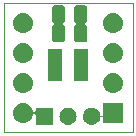
<source format=gbs>
G04 #@! TF.GenerationSoftware,KiCad,Pcbnew,5.1.2-f72e74a~84~ubuntu16.04.1*
G04 #@! TF.CreationDate,2019-06-06T19:13:55+02:00*
G04 #@! TF.ProjectId,rs232-rs485,72733233-322d-4727-9334-38352e6b6963,1.0*
G04 #@! TF.SameCoordinates,Original*
G04 #@! TF.FileFunction,Soldermask,Bot*
G04 #@! TF.FilePolarity,Negative*
%FSLAX46Y46*%
G04 Gerber Fmt 4.6, Leading zero omitted, Abs format (unit mm)*
G04 Created by KiCad (PCBNEW 5.1.2-f72e74a~84~ubuntu16.04.1) date 2019-06-06 19:13:55*
%MOMM*%
%LPD*%
G04 APERTURE LIST*
%ADD10C,0.050000*%
%ADD11C,0.100000*%
G04 APERTURE END LIST*
D10*
X125603000Y-108839000D02*
X125476000Y-108839000D01*
X125476000Y-108712000D02*
X125476000Y-108839000D01*
X125476000Y-97917000D02*
X125603000Y-97917000D01*
X136398000Y-97917000D02*
X136271000Y-97917000D01*
X136271000Y-108839000D02*
X136398000Y-108839000D01*
X136271000Y-108839000D02*
X125603000Y-108839000D01*
X136398000Y-97917000D02*
X136398000Y-108839000D01*
X125603000Y-97917000D02*
X136271000Y-97917000D01*
X125476000Y-108712000D02*
X125476000Y-97917000D01*
D11*
G36*
X135598000Y-108039000D02*
G01*
X133896000Y-108039000D01*
X133896000Y-107614772D01*
X133893598Y-107590386D01*
X133886485Y-107566937D01*
X133874934Y-107545326D01*
X133859389Y-107526384D01*
X133840447Y-107510839D01*
X133818836Y-107499288D01*
X133795387Y-107492175D01*
X133771001Y-107489773D01*
X133746615Y-107492175D01*
X133723166Y-107499288D01*
X133701555Y-107510839D01*
X133682613Y-107526384D01*
X133667068Y-107545326D01*
X133655517Y-107566937D01*
X133646604Y-107602519D01*
X133645895Y-107609721D01*
X133629709Y-107663078D01*
X133604380Y-107746575D01*
X133536968Y-107872694D01*
X133446243Y-107983243D01*
X133335694Y-108073968D01*
X133209575Y-108141380D01*
X133209572Y-108141381D01*
X133072721Y-108182895D01*
X133001613Y-108189898D01*
X132966060Y-108193400D01*
X132894740Y-108193400D01*
X132859187Y-108189898D01*
X132788079Y-108182895D01*
X132651228Y-108141381D01*
X132651225Y-108141380D01*
X132525106Y-108073968D01*
X132414557Y-107983243D01*
X132323832Y-107872694D01*
X132256420Y-107746575D01*
X132231091Y-107663078D01*
X132214905Y-107609721D01*
X132200888Y-107467400D01*
X132214905Y-107325079D01*
X132256419Y-107188228D01*
X132256420Y-107188225D01*
X132323832Y-107062106D01*
X132414557Y-106951557D01*
X132525106Y-106860832D01*
X132651225Y-106793420D01*
X132651228Y-106793419D01*
X132788079Y-106751905D01*
X132859187Y-106744902D01*
X132894740Y-106741400D01*
X132966060Y-106741400D01*
X133001613Y-106744902D01*
X133072721Y-106751905D01*
X133209572Y-106793419D01*
X133209575Y-106793420D01*
X133335694Y-106860832D01*
X133446243Y-106951557D01*
X133536968Y-107062106D01*
X133604380Y-107188225D01*
X133604381Y-107188228D01*
X133645895Y-107325079D01*
X133645895Y-107325081D01*
X133646604Y-107332280D01*
X133651385Y-107356314D01*
X133660762Y-107378952D01*
X133674376Y-107399327D01*
X133691703Y-107416654D01*
X133712077Y-107430267D01*
X133734716Y-107439645D01*
X133758749Y-107444425D01*
X133783253Y-107444425D01*
X133807287Y-107439644D01*
X133829925Y-107430267D01*
X133850300Y-107416653D01*
X133867627Y-107399326D01*
X133881240Y-107378952D01*
X133890618Y-107356313D01*
X133896000Y-107320028D01*
X133896000Y-106337000D01*
X135598000Y-106337000D01*
X135598000Y-108039000D01*
X135598000Y-108039000D01*
G37*
G36*
X127293823Y-106349313D02*
G01*
X127454242Y-106397976D01*
X127586906Y-106468886D01*
X127602078Y-106476996D01*
X127731659Y-106583341D01*
X127838004Y-106712922D01*
X127838005Y-106712924D01*
X127917024Y-106860758D01*
X127917025Y-106860761D01*
X127917047Y-106860833D01*
X127959784Y-107001718D01*
X127969162Y-107024357D01*
X127982776Y-107044732D01*
X128000103Y-107062059D01*
X128020477Y-107075672D01*
X128043116Y-107085050D01*
X128067149Y-107089830D01*
X128091653Y-107089830D01*
X128115686Y-107085050D01*
X128138325Y-107075672D01*
X128158700Y-107062058D01*
X128176027Y-107044731D01*
X128189640Y-107024357D01*
X128199018Y-107001718D01*
X128204400Y-106965433D01*
X128204400Y-106741400D01*
X129656400Y-106741400D01*
X129656400Y-108193400D01*
X128204400Y-108193400D01*
X128204400Y-107410567D01*
X128201998Y-107386181D01*
X128194885Y-107362732D01*
X128183334Y-107341121D01*
X128167789Y-107322179D01*
X128148847Y-107306634D01*
X128127236Y-107295083D01*
X128103787Y-107287970D01*
X128079401Y-107285568D01*
X128055015Y-107287970D01*
X128031566Y-107295083D01*
X128009955Y-107306634D01*
X127991013Y-107322179D01*
X127975468Y-107341121D01*
X127959784Y-107374282D01*
X127917024Y-107515242D01*
X127870373Y-107602520D01*
X127838004Y-107663078D01*
X127731659Y-107792659D01*
X127602078Y-107899004D01*
X127602076Y-107899005D01*
X127454242Y-107978024D01*
X127454239Y-107978025D01*
X127424380Y-107987083D01*
X127293823Y-108026687D01*
X127168804Y-108039000D01*
X127085196Y-108039000D01*
X126960177Y-108026687D01*
X126829620Y-107987083D01*
X126799761Y-107978025D01*
X126799758Y-107978024D01*
X126651924Y-107899005D01*
X126651922Y-107899004D01*
X126522341Y-107792659D01*
X126415996Y-107663078D01*
X126383627Y-107602520D01*
X126336976Y-107515242D01*
X126288313Y-107354823D01*
X126271883Y-107188000D01*
X126288313Y-107021177D01*
X126336953Y-106860833D01*
X126336975Y-106860761D01*
X126336976Y-106860758D01*
X126415995Y-106712924D01*
X126415996Y-106712922D01*
X126522341Y-106583341D01*
X126651922Y-106476996D01*
X126667094Y-106468886D01*
X126799758Y-106397976D01*
X126960177Y-106349313D01*
X127085196Y-106337000D01*
X127168804Y-106337000D01*
X127293823Y-106349313D01*
X127293823Y-106349313D01*
G37*
G36*
X131001613Y-106744902D02*
G01*
X131072721Y-106751905D01*
X131209572Y-106793419D01*
X131209575Y-106793420D01*
X131335694Y-106860832D01*
X131446243Y-106951557D01*
X131536968Y-107062106D01*
X131604380Y-107188225D01*
X131604381Y-107188228D01*
X131645895Y-107325079D01*
X131659912Y-107467400D01*
X131645895Y-107609721D01*
X131629709Y-107663078D01*
X131604380Y-107746575D01*
X131536968Y-107872694D01*
X131446243Y-107983243D01*
X131335694Y-108073968D01*
X131209575Y-108141380D01*
X131209572Y-108141381D01*
X131072721Y-108182895D01*
X131001613Y-108189898D01*
X130966060Y-108193400D01*
X130894740Y-108193400D01*
X130859187Y-108189898D01*
X130788079Y-108182895D01*
X130651228Y-108141381D01*
X130651225Y-108141380D01*
X130525106Y-108073968D01*
X130414557Y-107983243D01*
X130323832Y-107872694D01*
X130256420Y-107746575D01*
X130231091Y-107663078D01*
X130214905Y-107609721D01*
X130200888Y-107467400D01*
X130214905Y-107325079D01*
X130256419Y-107188228D01*
X130256420Y-107188225D01*
X130323832Y-107062106D01*
X130414557Y-106951557D01*
X130525106Y-106860832D01*
X130651225Y-106793420D01*
X130651228Y-106793419D01*
X130788079Y-106751905D01*
X130859187Y-106744902D01*
X130894740Y-106741400D01*
X130966060Y-106741400D01*
X131001613Y-106744902D01*
X131001613Y-106744902D01*
G37*
G36*
X127293823Y-103809313D02*
G01*
X127454242Y-103857976D01*
X127586906Y-103928886D01*
X127602078Y-103936996D01*
X127731659Y-104043341D01*
X127838004Y-104172922D01*
X127838005Y-104172924D01*
X127917024Y-104320758D01*
X127965687Y-104481177D01*
X127982117Y-104648000D01*
X127965687Y-104814823D01*
X127917024Y-104975242D01*
X127846114Y-105107906D01*
X127838004Y-105123078D01*
X127731659Y-105252659D01*
X127602078Y-105359004D01*
X127602076Y-105359005D01*
X127454242Y-105438024D01*
X127293823Y-105486687D01*
X127168804Y-105499000D01*
X127085196Y-105499000D01*
X126960177Y-105486687D01*
X126799758Y-105438024D01*
X126651924Y-105359005D01*
X126651922Y-105359004D01*
X126522341Y-105252659D01*
X126415996Y-105123078D01*
X126407886Y-105107906D01*
X126336976Y-104975242D01*
X126288313Y-104814823D01*
X126271883Y-104648000D01*
X126288313Y-104481177D01*
X126336976Y-104320758D01*
X126415995Y-104172924D01*
X126415996Y-104172922D01*
X126522341Y-104043341D01*
X126651922Y-103936996D01*
X126667094Y-103928886D01*
X126799758Y-103857976D01*
X126960177Y-103809313D01*
X127085196Y-103797000D01*
X127168804Y-103797000D01*
X127293823Y-103809313D01*
X127293823Y-103809313D01*
G37*
G36*
X134913823Y-103809313D02*
G01*
X135074242Y-103857976D01*
X135206906Y-103928886D01*
X135222078Y-103936996D01*
X135351659Y-104043341D01*
X135458004Y-104172922D01*
X135458005Y-104172924D01*
X135537024Y-104320758D01*
X135585687Y-104481177D01*
X135602117Y-104648000D01*
X135585687Y-104814823D01*
X135537024Y-104975242D01*
X135466114Y-105107906D01*
X135458004Y-105123078D01*
X135351659Y-105252659D01*
X135222078Y-105359004D01*
X135222076Y-105359005D01*
X135074242Y-105438024D01*
X134913823Y-105486687D01*
X134788804Y-105499000D01*
X134705196Y-105499000D01*
X134580177Y-105486687D01*
X134419758Y-105438024D01*
X134271924Y-105359005D01*
X134271922Y-105359004D01*
X134142341Y-105252659D01*
X134035996Y-105123078D01*
X134027886Y-105107906D01*
X133956976Y-104975242D01*
X133908313Y-104814823D01*
X133891883Y-104648000D01*
X133908313Y-104481177D01*
X133956976Y-104320758D01*
X134035995Y-104172924D01*
X134035996Y-104172922D01*
X134142341Y-104043341D01*
X134271922Y-103936996D01*
X134287094Y-103928886D01*
X134419758Y-103857976D01*
X134580177Y-103809313D01*
X134705196Y-103797000D01*
X134788804Y-103797000D01*
X134913823Y-103809313D01*
X134913823Y-103809313D01*
G37*
G36*
X132618000Y-104450000D02*
G01*
X131456000Y-104450000D01*
X131456000Y-101798000D01*
X132618000Y-101798000D01*
X132618000Y-104450000D01*
X132618000Y-104450000D01*
G37*
G36*
X130418000Y-104450000D02*
G01*
X129256000Y-104450000D01*
X129256000Y-101798000D01*
X130418000Y-101798000D01*
X130418000Y-104450000D01*
X130418000Y-104450000D01*
G37*
G36*
X134913823Y-101269313D02*
G01*
X135074242Y-101317976D01*
X135206906Y-101388886D01*
X135222078Y-101396996D01*
X135351659Y-101503341D01*
X135458004Y-101632922D01*
X135458005Y-101632924D01*
X135537024Y-101780758D01*
X135585687Y-101941177D01*
X135602117Y-102108000D01*
X135585687Y-102274823D01*
X135537024Y-102435242D01*
X135466114Y-102567906D01*
X135458004Y-102583078D01*
X135351659Y-102712659D01*
X135222078Y-102819004D01*
X135222076Y-102819005D01*
X135074242Y-102898024D01*
X134913823Y-102946687D01*
X134788804Y-102959000D01*
X134705196Y-102959000D01*
X134580177Y-102946687D01*
X134419758Y-102898024D01*
X134271924Y-102819005D01*
X134271922Y-102819004D01*
X134142341Y-102712659D01*
X134035996Y-102583078D01*
X134027886Y-102567906D01*
X133956976Y-102435242D01*
X133908313Y-102274823D01*
X133891883Y-102108000D01*
X133908313Y-101941177D01*
X133956976Y-101780758D01*
X134035995Y-101632924D01*
X134035996Y-101632922D01*
X134142341Y-101503341D01*
X134271922Y-101396996D01*
X134287094Y-101388886D01*
X134419758Y-101317976D01*
X134580177Y-101269313D01*
X134705196Y-101257000D01*
X134788804Y-101257000D01*
X134913823Y-101269313D01*
X134913823Y-101269313D01*
G37*
G36*
X127293823Y-101269313D02*
G01*
X127454242Y-101317976D01*
X127586906Y-101388886D01*
X127602078Y-101396996D01*
X127731659Y-101503341D01*
X127838004Y-101632922D01*
X127838005Y-101632924D01*
X127917024Y-101780758D01*
X127965687Y-101941177D01*
X127982117Y-102108000D01*
X127965687Y-102274823D01*
X127917024Y-102435242D01*
X127846114Y-102567906D01*
X127838004Y-102583078D01*
X127731659Y-102712659D01*
X127602078Y-102819004D01*
X127602076Y-102819005D01*
X127454242Y-102898024D01*
X127293823Y-102946687D01*
X127168804Y-102959000D01*
X127085196Y-102959000D01*
X126960177Y-102946687D01*
X126799758Y-102898024D01*
X126651924Y-102819005D01*
X126651922Y-102819004D01*
X126522341Y-102712659D01*
X126415996Y-102583078D01*
X126407886Y-102567906D01*
X126336976Y-102435242D01*
X126288313Y-102274823D01*
X126271883Y-102108000D01*
X126288313Y-101941177D01*
X126336976Y-101780758D01*
X126415995Y-101632924D01*
X126415996Y-101632922D01*
X126522341Y-101503341D01*
X126651922Y-101396996D01*
X126667094Y-101388886D01*
X126799758Y-101317976D01*
X126960177Y-101269313D01*
X127085196Y-101257000D01*
X127168804Y-101257000D01*
X127293823Y-101269313D01*
X127293823Y-101269313D01*
G37*
G36*
X130498468Y-98059565D02*
G01*
X130537138Y-98071296D01*
X130572777Y-98090346D01*
X130604017Y-98115983D01*
X130629654Y-98147223D01*
X130648704Y-98182862D01*
X130660435Y-98221532D01*
X130665000Y-98267888D01*
X130665000Y-99344112D01*
X130660435Y-99390468D01*
X130648704Y-99429138D01*
X130629654Y-99464777D01*
X130604017Y-99496017D01*
X130572135Y-99522181D01*
X130553137Y-99534875D01*
X130535811Y-99552203D01*
X130522197Y-99572577D01*
X130512820Y-99595216D01*
X130508040Y-99619249D01*
X130508040Y-99643753D01*
X130512821Y-99667787D01*
X130522198Y-99690425D01*
X130535812Y-99710800D01*
X130553140Y-99728126D01*
X130572135Y-99740819D01*
X130604017Y-99766983D01*
X130629654Y-99798223D01*
X130648704Y-99833862D01*
X130660435Y-99872532D01*
X130665000Y-99918888D01*
X130665000Y-100995112D01*
X130660435Y-101041468D01*
X130648704Y-101080138D01*
X130629654Y-101115777D01*
X130604017Y-101147017D01*
X130572777Y-101172654D01*
X130537138Y-101191704D01*
X130498468Y-101203435D01*
X130452112Y-101208000D01*
X129800888Y-101208000D01*
X129754532Y-101203435D01*
X129715862Y-101191704D01*
X129680223Y-101172654D01*
X129648983Y-101147017D01*
X129623346Y-101115777D01*
X129604296Y-101080138D01*
X129592565Y-101041468D01*
X129588000Y-100995112D01*
X129588000Y-99918888D01*
X129592565Y-99872532D01*
X129604296Y-99833862D01*
X129623346Y-99798223D01*
X129648983Y-99766983D01*
X129680865Y-99740819D01*
X129699863Y-99728125D01*
X129717189Y-99710797D01*
X129730803Y-99690423D01*
X129740180Y-99667784D01*
X129744960Y-99643751D01*
X129744960Y-99619247D01*
X129740179Y-99595213D01*
X129730802Y-99572575D01*
X129717188Y-99552200D01*
X129699860Y-99534874D01*
X129680865Y-99522181D01*
X129648983Y-99496017D01*
X129623346Y-99464777D01*
X129604296Y-99429138D01*
X129592565Y-99390468D01*
X129588000Y-99344112D01*
X129588000Y-98267888D01*
X129592565Y-98221532D01*
X129604296Y-98182862D01*
X129623346Y-98147223D01*
X129648983Y-98115983D01*
X129680223Y-98090346D01*
X129715862Y-98071296D01*
X129754532Y-98059565D01*
X129800888Y-98055000D01*
X130452112Y-98055000D01*
X130498468Y-98059565D01*
X130498468Y-98059565D01*
G37*
G36*
X132373468Y-98059565D02*
G01*
X132412138Y-98071296D01*
X132447777Y-98090346D01*
X132479017Y-98115983D01*
X132504654Y-98147223D01*
X132523704Y-98182862D01*
X132535435Y-98221532D01*
X132540000Y-98267888D01*
X132540000Y-99344112D01*
X132535435Y-99390468D01*
X132523704Y-99429138D01*
X132504654Y-99464777D01*
X132479017Y-99496017D01*
X132447135Y-99522181D01*
X132428137Y-99534875D01*
X132410811Y-99552203D01*
X132397197Y-99572577D01*
X132387820Y-99595216D01*
X132383040Y-99619249D01*
X132383040Y-99643753D01*
X132387821Y-99667787D01*
X132397198Y-99690425D01*
X132410812Y-99710800D01*
X132428140Y-99728126D01*
X132447135Y-99740819D01*
X132479017Y-99766983D01*
X132504654Y-99798223D01*
X132523704Y-99833862D01*
X132535435Y-99872532D01*
X132540000Y-99918888D01*
X132540000Y-100995112D01*
X132535435Y-101041468D01*
X132523704Y-101080138D01*
X132504654Y-101115777D01*
X132479017Y-101147017D01*
X132447777Y-101172654D01*
X132412138Y-101191704D01*
X132373468Y-101203435D01*
X132327112Y-101208000D01*
X131675888Y-101208000D01*
X131629532Y-101203435D01*
X131590862Y-101191704D01*
X131555223Y-101172654D01*
X131523983Y-101147017D01*
X131498346Y-101115777D01*
X131479296Y-101080138D01*
X131467565Y-101041468D01*
X131463000Y-100995112D01*
X131463000Y-99918888D01*
X131467565Y-99872532D01*
X131479296Y-99833862D01*
X131498346Y-99798223D01*
X131523983Y-99766983D01*
X131555865Y-99740819D01*
X131574863Y-99728125D01*
X131592189Y-99710797D01*
X131605803Y-99690423D01*
X131615180Y-99667784D01*
X131619960Y-99643751D01*
X131619960Y-99619247D01*
X131615179Y-99595213D01*
X131605802Y-99572575D01*
X131592188Y-99552200D01*
X131574860Y-99534874D01*
X131555865Y-99522181D01*
X131523983Y-99496017D01*
X131498346Y-99464777D01*
X131479296Y-99429138D01*
X131467565Y-99390468D01*
X131463000Y-99344112D01*
X131463000Y-98267888D01*
X131467565Y-98221532D01*
X131479296Y-98182862D01*
X131498346Y-98147223D01*
X131523983Y-98115983D01*
X131555223Y-98090346D01*
X131590862Y-98071296D01*
X131629532Y-98059565D01*
X131675888Y-98055000D01*
X132327112Y-98055000D01*
X132373468Y-98059565D01*
X132373468Y-98059565D01*
G37*
G36*
X127293823Y-98729313D02*
G01*
X127454242Y-98777976D01*
X127586906Y-98848886D01*
X127602078Y-98856996D01*
X127731659Y-98963341D01*
X127838004Y-99092922D01*
X127838005Y-99092924D01*
X127917024Y-99240758D01*
X127965687Y-99401177D01*
X127982117Y-99568000D01*
X127965687Y-99734823D01*
X127917024Y-99895242D01*
X127874259Y-99975250D01*
X127838004Y-100043078D01*
X127731659Y-100172659D01*
X127602078Y-100279004D01*
X127602076Y-100279005D01*
X127454242Y-100358024D01*
X127293823Y-100406687D01*
X127168804Y-100419000D01*
X127085196Y-100419000D01*
X126960177Y-100406687D01*
X126799758Y-100358024D01*
X126651924Y-100279005D01*
X126651922Y-100279004D01*
X126522341Y-100172659D01*
X126415996Y-100043078D01*
X126379741Y-99975250D01*
X126336976Y-99895242D01*
X126288313Y-99734823D01*
X126271883Y-99568000D01*
X126288313Y-99401177D01*
X126336976Y-99240758D01*
X126415995Y-99092924D01*
X126415996Y-99092922D01*
X126522341Y-98963341D01*
X126651922Y-98856996D01*
X126667094Y-98848886D01*
X126799758Y-98777976D01*
X126960177Y-98729313D01*
X127085196Y-98717000D01*
X127168804Y-98717000D01*
X127293823Y-98729313D01*
X127293823Y-98729313D01*
G37*
G36*
X134913823Y-98729313D02*
G01*
X135074242Y-98777976D01*
X135206906Y-98848886D01*
X135222078Y-98856996D01*
X135351659Y-98963341D01*
X135458004Y-99092922D01*
X135458005Y-99092924D01*
X135537024Y-99240758D01*
X135585687Y-99401177D01*
X135602117Y-99568000D01*
X135585687Y-99734823D01*
X135537024Y-99895242D01*
X135494259Y-99975250D01*
X135458004Y-100043078D01*
X135351659Y-100172659D01*
X135222078Y-100279004D01*
X135222076Y-100279005D01*
X135074242Y-100358024D01*
X134913823Y-100406687D01*
X134788804Y-100419000D01*
X134705196Y-100419000D01*
X134580177Y-100406687D01*
X134419758Y-100358024D01*
X134271924Y-100279005D01*
X134271922Y-100279004D01*
X134142341Y-100172659D01*
X134035996Y-100043078D01*
X133999741Y-99975250D01*
X133956976Y-99895242D01*
X133908313Y-99734823D01*
X133891883Y-99568000D01*
X133908313Y-99401177D01*
X133956976Y-99240758D01*
X134035995Y-99092924D01*
X134035996Y-99092922D01*
X134142341Y-98963341D01*
X134271922Y-98856996D01*
X134287094Y-98848886D01*
X134419758Y-98777976D01*
X134580177Y-98729313D01*
X134705196Y-98717000D01*
X134788804Y-98717000D01*
X134913823Y-98729313D01*
X134913823Y-98729313D01*
G37*
M02*

</source>
